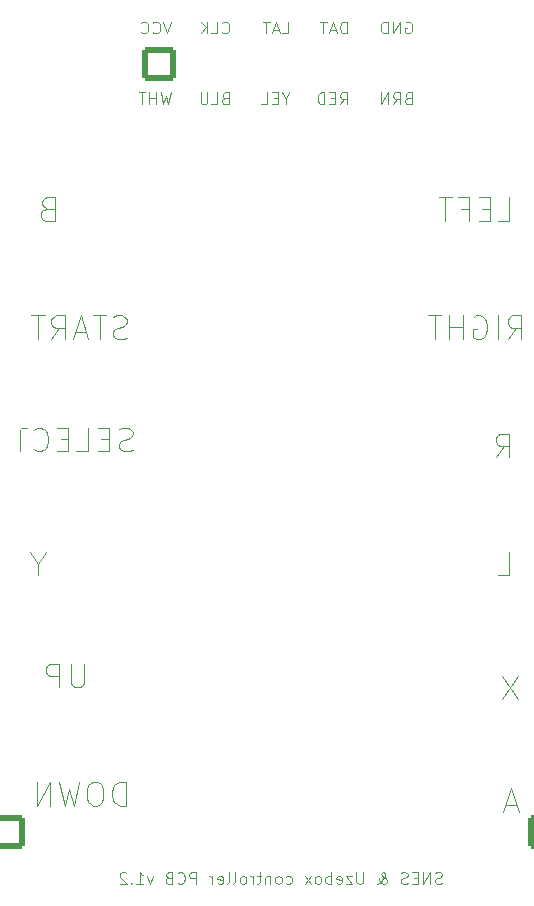
<source format=gbr>
G04 #@! TF.GenerationSoftware,KiCad,Pcbnew,9.0.0*
G04 #@! TF.CreationDate,2025-04-01T16:42:40+01:00*
G04 #@! TF.ProjectId,SNES_CONTROLLER,534e4553-5f43-44f4-9e54-524f4c4c4552,rev?*
G04 #@! TF.SameCoordinates,Original*
G04 #@! TF.FileFunction,Legend,Bot*
G04 #@! TF.FilePolarity,Positive*
%FSLAX46Y46*%
G04 Gerber Fmt 4.6, Leading zero omitted, Abs format (unit mm)*
G04 Created by KiCad (PCBNEW 9.0.0) date 2025-04-01 16:42:40*
%MOMM*%
%LPD*%
G01*
G04 APERTURE LIST*
G04 Aperture macros list*
%AMRoundRect*
0 Rectangle with rounded corners*
0 $1 Rounding radius*
0 $2 $3 $4 $5 $6 $7 $8 $9 X,Y pos of 4 corners*
0 Add a 4 corners polygon primitive as box body*
4,1,4,$2,$3,$4,$5,$6,$7,$8,$9,$2,$3,0*
0 Add four circle primitives for the rounded corners*
1,1,$1+$1,$2,$3*
1,1,$1+$1,$4,$5*
1,1,$1+$1,$6,$7*
1,1,$1+$1,$8,$9*
0 Add four rect primitives between the rounded corners*
20,1,$1+$1,$2,$3,$4,$5,0*
20,1,$1+$1,$4,$5,$6,$7,0*
20,1,$1+$1,$6,$7,$8,$9,0*
20,1,$1+$1,$8,$9,$2,$3,0*%
G04 Aperture macros list end*
%ADD10C,0.100000*%
%ADD11C,4.300000*%
%ADD12C,1.600000*%
%ADD13O,1.600000X1.600000*%
%ADD14RoundRect,0.250001X1.149999X-1.149999X1.149999X1.149999X-1.149999X1.149999X-1.149999X-1.149999X0*%
%ADD15C,2.800000*%
%ADD16R,1.600000X1.600000*%
%ADD17RoundRect,0.250001X-1.149999X-1.149999X1.149999X-1.149999X1.149999X1.149999X-1.149999X1.149999X0*%
G04 APERTURE END LIST*
D10*
X137172306Y-60920038D02*
X137267544Y-60872419D01*
X137267544Y-60872419D02*
X137410401Y-60872419D01*
X137410401Y-60872419D02*
X137553258Y-60920038D01*
X137553258Y-60920038D02*
X137648496Y-61015276D01*
X137648496Y-61015276D02*
X137696115Y-61110514D01*
X137696115Y-61110514D02*
X137743734Y-61300990D01*
X137743734Y-61300990D02*
X137743734Y-61443847D01*
X137743734Y-61443847D02*
X137696115Y-61634323D01*
X137696115Y-61634323D02*
X137648496Y-61729561D01*
X137648496Y-61729561D02*
X137553258Y-61824800D01*
X137553258Y-61824800D02*
X137410401Y-61872419D01*
X137410401Y-61872419D02*
X137315163Y-61872419D01*
X137315163Y-61872419D02*
X137172306Y-61824800D01*
X137172306Y-61824800D02*
X137124687Y-61777180D01*
X137124687Y-61777180D02*
X137124687Y-61443847D01*
X137124687Y-61443847D02*
X137315163Y-61443847D01*
X136696115Y-61872419D02*
X136696115Y-60872419D01*
X136696115Y-60872419D02*
X136124687Y-61872419D01*
X136124687Y-61872419D02*
X136124687Y-60872419D01*
X135648496Y-61872419D02*
X135648496Y-60872419D01*
X135648496Y-60872419D02*
X135410401Y-60872419D01*
X135410401Y-60872419D02*
X135267544Y-60920038D01*
X135267544Y-60920038D02*
X135172306Y-61015276D01*
X135172306Y-61015276D02*
X135124687Y-61110514D01*
X135124687Y-61110514D02*
X135077068Y-61300990D01*
X135077068Y-61300990D02*
X135077068Y-61443847D01*
X135077068Y-61443847D02*
X135124687Y-61634323D01*
X135124687Y-61634323D02*
X135172306Y-61729561D01*
X135172306Y-61729561D02*
X135267544Y-61824800D01*
X135267544Y-61824800D02*
X135410401Y-61872419D01*
X135410401Y-61872419D02*
X135648496Y-61872419D01*
X131624687Y-67872419D02*
X131958020Y-67396228D01*
X132196115Y-67872419D02*
X132196115Y-66872419D01*
X132196115Y-66872419D02*
X131815163Y-66872419D01*
X131815163Y-66872419D02*
X131719925Y-66920038D01*
X131719925Y-66920038D02*
X131672306Y-66967657D01*
X131672306Y-66967657D02*
X131624687Y-67062895D01*
X131624687Y-67062895D02*
X131624687Y-67205752D01*
X131624687Y-67205752D02*
X131672306Y-67300990D01*
X131672306Y-67300990D02*
X131719925Y-67348609D01*
X131719925Y-67348609D02*
X131815163Y-67396228D01*
X131815163Y-67396228D02*
X132196115Y-67396228D01*
X131196115Y-67348609D02*
X130862782Y-67348609D01*
X130719925Y-67872419D02*
X131196115Y-67872419D01*
X131196115Y-67872419D02*
X131196115Y-66872419D01*
X131196115Y-66872419D02*
X130719925Y-66872419D01*
X130291353Y-67872419D02*
X130291353Y-66872419D01*
X130291353Y-66872419D02*
X130053258Y-66872419D01*
X130053258Y-66872419D02*
X129910401Y-66920038D01*
X129910401Y-66920038D02*
X129815163Y-67015276D01*
X129815163Y-67015276D02*
X129767544Y-67110514D01*
X129767544Y-67110514D02*
X129719925Y-67300990D01*
X129719925Y-67300990D02*
X129719925Y-67443847D01*
X129719925Y-67443847D02*
X129767544Y-67634323D01*
X129767544Y-67634323D02*
X129815163Y-67729561D01*
X129815163Y-67729561D02*
X129910401Y-67824800D01*
X129910401Y-67824800D02*
X130053258Y-67872419D01*
X130053258Y-67872419D02*
X130291353Y-67872419D01*
X137362782Y-67348609D02*
X137219925Y-67396228D01*
X137219925Y-67396228D02*
X137172306Y-67443847D01*
X137172306Y-67443847D02*
X137124687Y-67539085D01*
X137124687Y-67539085D02*
X137124687Y-67681942D01*
X137124687Y-67681942D02*
X137172306Y-67777180D01*
X137172306Y-67777180D02*
X137219925Y-67824800D01*
X137219925Y-67824800D02*
X137315163Y-67872419D01*
X137315163Y-67872419D02*
X137696115Y-67872419D01*
X137696115Y-67872419D02*
X137696115Y-66872419D01*
X137696115Y-66872419D02*
X137362782Y-66872419D01*
X137362782Y-66872419D02*
X137267544Y-66920038D01*
X137267544Y-66920038D02*
X137219925Y-66967657D01*
X137219925Y-66967657D02*
X137172306Y-67062895D01*
X137172306Y-67062895D02*
X137172306Y-67158133D01*
X137172306Y-67158133D02*
X137219925Y-67253371D01*
X137219925Y-67253371D02*
X137267544Y-67300990D01*
X137267544Y-67300990D02*
X137362782Y-67348609D01*
X137362782Y-67348609D02*
X137696115Y-67348609D01*
X136124687Y-67872419D02*
X136458020Y-67396228D01*
X136696115Y-67872419D02*
X136696115Y-66872419D01*
X136696115Y-66872419D02*
X136315163Y-66872419D01*
X136315163Y-66872419D02*
X136219925Y-66920038D01*
X136219925Y-66920038D02*
X136172306Y-66967657D01*
X136172306Y-66967657D02*
X136124687Y-67062895D01*
X136124687Y-67062895D02*
X136124687Y-67205752D01*
X136124687Y-67205752D02*
X136172306Y-67300990D01*
X136172306Y-67300990D02*
X136219925Y-67348609D01*
X136219925Y-67348609D02*
X136315163Y-67396228D01*
X136315163Y-67396228D02*
X136696115Y-67396228D01*
X135696115Y-67872419D02*
X135696115Y-66872419D01*
X135696115Y-66872419D02*
X135124687Y-67872419D01*
X135124687Y-67872419D02*
X135124687Y-66872419D01*
X140243734Y-133824800D02*
X140100877Y-133872419D01*
X140100877Y-133872419D02*
X139862782Y-133872419D01*
X139862782Y-133872419D02*
X139767544Y-133824800D01*
X139767544Y-133824800D02*
X139719925Y-133777180D01*
X139719925Y-133777180D02*
X139672306Y-133681942D01*
X139672306Y-133681942D02*
X139672306Y-133586704D01*
X139672306Y-133586704D02*
X139719925Y-133491466D01*
X139719925Y-133491466D02*
X139767544Y-133443847D01*
X139767544Y-133443847D02*
X139862782Y-133396228D01*
X139862782Y-133396228D02*
X140053258Y-133348609D01*
X140053258Y-133348609D02*
X140148496Y-133300990D01*
X140148496Y-133300990D02*
X140196115Y-133253371D01*
X140196115Y-133253371D02*
X140243734Y-133158133D01*
X140243734Y-133158133D02*
X140243734Y-133062895D01*
X140243734Y-133062895D02*
X140196115Y-132967657D01*
X140196115Y-132967657D02*
X140148496Y-132920038D01*
X140148496Y-132920038D02*
X140053258Y-132872419D01*
X140053258Y-132872419D02*
X139815163Y-132872419D01*
X139815163Y-132872419D02*
X139672306Y-132920038D01*
X139243734Y-133872419D02*
X139243734Y-132872419D01*
X139243734Y-132872419D02*
X138672306Y-133872419D01*
X138672306Y-133872419D02*
X138672306Y-132872419D01*
X138196115Y-133348609D02*
X137862782Y-133348609D01*
X137719925Y-133872419D02*
X138196115Y-133872419D01*
X138196115Y-133872419D02*
X138196115Y-132872419D01*
X138196115Y-132872419D02*
X137719925Y-132872419D01*
X137338972Y-133824800D02*
X137196115Y-133872419D01*
X137196115Y-133872419D02*
X136958020Y-133872419D01*
X136958020Y-133872419D02*
X136862782Y-133824800D01*
X136862782Y-133824800D02*
X136815163Y-133777180D01*
X136815163Y-133777180D02*
X136767544Y-133681942D01*
X136767544Y-133681942D02*
X136767544Y-133586704D01*
X136767544Y-133586704D02*
X136815163Y-133491466D01*
X136815163Y-133491466D02*
X136862782Y-133443847D01*
X136862782Y-133443847D02*
X136958020Y-133396228D01*
X136958020Y-133396228D02*
X137148496Y-133348609D01*
X137148496Y-133348609D02*
X137243734Y-133300990D01*
X137243734Y-133300990D02*
X137291353Y-133253371D01*
X137291353Y-133253371D02*
X137338972Y-133158133D01*
X137338972Y-133158133D02*
X137338972Y-133062895D01*
X137338972Y-133062895D02*
X137291353Y-132967657D01*
X137291353Y-132967657D02*
X137243734Y-132920038D01*
X137243734Y-132920038D02*
X137148496Y-132872419D01*
X137148496Y-132872419D02*
X136910401Y-132872419D01*
X136910401Y-132872419D02*
X136767544Y-132920038D01*
X134767543Y-133872419D02*
X134815163Y-133872419D01*
X134815163Y-133872419D02*
X134910401Y-133824800D01*
X134910401Y-133824800D02*
X135053258Y-133681942D01*
X135053258Y-133681942D02*
X135291353Y-133396228D01*
X135291353Y-133396228D02*
X135386591Y-133253371D01*
X135386591Y-133253371D02*
X135434210Y-133110514D01*
X135434210Y-133110514D02*
X135434210Y-133015276D01*
X135434210Y-133015276D02*
X135386591Y-132920038D01*
X135386591Y-132920038D02*
X135291353Y-132872419D01*
X135291353Y-132872419D02*
X135243734Y-132872419D01*
X135243734Y-132872419D02*
X135148496Y-132920038D01*
X135148496Y-132920038D02*
X135100877Y-133015276D01*
X135100877Y-133015276D02*
X135100877Y-133062895D01*
X135100877Y-133062895D02*
X135148496Y-133158133D01*
X135148496Y-133158133D02*
X135196115Y-133205752D01*
X135196115Y-133205752D02*
X135481829Y-133396228D01*
X135481829Y-133396228D02*
X135529448Y-133443847D01*
X135529448Y-133443847D02*
X135577067Y-133539085D01*
X135577067Y-133539085D02*
X135577067Y-133681942D01*
X135577067Y-133681942D02*
X135529448Y-133777180D01*
X135529448Y-133777180D02*
X135481829Y-133824800D01*
X135481829Y-133824800D02*
X135386591Y-133872419D01*
X135386591Y-133872419D02*
X135243734Y-133872419D01*
X135243734Y-133872419D02*
X135148496Y-133824800D01*
X135148496Y-133824800D02*
X135100877Y-133777180D01*
X135100877Y-133777180D02*
X134958020Y-133586704D01*
X134958020Y-133586704D02*
X134910401Y-133443847D01*
X134910401Y-133443847D02*
X134910401Y-133348609D01*
X133577067Y-132872419D02*
X133577067Y-133681942D01*
X133577067Y-133681942D02*
X133529448Y-133777180D01*
X133529448Y-133777180D02*
X133481829Y-133824800D01*
X133481829Y-133824800D02*
X133386591Y-133872419D01*
X133386591Y-133872419D02*
X133196115Y-133872419D01*
X133196115Y-133872419D02*
X133100877Y-133824800D01*
X133100877Y-133824800D02*
X133053258Y-133777180D01*
X133053258Y-133777180D02*
X133005639Y-133681942D01*
X133005639Y-133681942D02*
X133005639Y-132872419D01*
X132624686Y-133205752D02*
X132100877Y-133205752D01*
X132100877Y-133205752D02*
X132624686Y-133872419D01*
X132624686Y-133872419D02*
X132100877Y-133872419D01*
X131338972Y-133824800D02*
X131434210Y-133872419D01*
X131434210Y-133872419D02*
X131624686Y-133872419D01*
X131624686Y-133872419D02*
X131719924Y-133824800D01*
X131719924Y-133824800D02*
X131767543Y-133729561D01*
X131767543Y-133729561D02*
X131767543Y-133348609D01*
X131767543Y-133348609D02*
X131719924Y-133253371D01*
X131719924Y-133253371D02*
X131624686Y-133205752D01*
X131624686Y-133205752D02*
X131434210Y-133205752D01*
X131434210Y-133205752D02*
X131338972Y-133253371D01*
X131338972Y-133253371D02*
X131291353Y-133348609D01*
X131291353Y-133348609D02*
X131291353Y-133443847D01*
X131291353Y-133443847D02*
X131767543Y-133539085D01*
X130862781Y-133872419D02*
X130862781Y-132872419D01*
X130862781Y-133253371D02*
X130767543Y-133205752D01*
X130767543Y-133205752D02*
X130577067Y-133205752D01*
X130577067Y-133205752D02*
X130481829Y-133253371D01*
X130481829Y-133253371D02*
X130434210Y-133300990D01*
X130434210Y-133300990D02*
X130386591Y-133396228D01*
X130386591Y-133396228D02*
X130386591Y-133681942D01*
X130386591Y-133681942D02*
X130434210Y-133777180D01*
X130434210Y-133777180D02*
X130481829Y-133824800D01*
X130481829Y-133824800D02*
X130577067Y-133872419D01*
X130577067Y-133872419D02*
X130767543Y-133872419D01*
X130767543Y-133872419D02*
X130862781Y-133824800D01*
X129815162Y-133872419D02*
X129910400Y-133824800D01*
X129910400Y-133824800D02*
X129958019Y-133777180D01*
X129958019Y-133777180D02*
X130005638Y-133681942D01*
X130005638Y-133681942D02*
X130005638Y-133396228D01*
X130005638Y-133396228D02*
X129958019Y-133300990D01*
X129958019Y-133300990D02*
X129910400Y-133253371D01*
X129910400Y-133253371D02*
X129815162Y-133205752D01*
X129815162Y-133205752D02*
X129672305Y-133205752D01*
X129672305Y-133205752D02*
X129577067Y-133253371D01*
X129577067Y-133253371D02*
X129529448Y-133300990D01*
X129529448Y-133300990D02*
X129481829Y-133396228D01*
X129481829Y-133396228D02*
X129481829Y-133681942D01*
X129481829Y-133681942D02*
X129529448Y-133777180D01*
X129529448Y-133777180D02*
X129577067Y-133824800D01*
X129577067Y-133824800D02*
X129672305Y-133872419D01*
X129672305Y-133872419D02*
X129815162Y-133872419D01*
X129148495Y-133872419D02*
X128624686Y-133205752D01*
X129148495Y-133205752D02*
X128624686Y-133872419D01*
X127053257Y-133824800D02*
X127148495Y-133872419D01*
X127148495Y-133872419D02*
X127338971Y-133872419D01*
X127338971Y-133872419D02*
X127434209Y-133824800D01*
X127434209Y-133824800D02*
X127481828Y-133777180D01*
X127481828Y-133777180D02*
X127529447Y-133681942D01*
X127529447Y-133681942D02*
X127529447Y-133396228D01*
X127529447Y-133396228D02*
X127481828Y-133300990D01*
X127481828Y-133300990D02*
X127434209Y-133253371D01*
X127434209Y-133253371D02*
X127338971Y-133205752D01*
X127338971Y-133205752D02*
X127148495Y-133205752D01*
X127148495Y-133205752D02*
X127053257Y-133253371D01*
X126481828Y-133872419D02*
X126577066Y-133824800D01*
X126577066Y-133824800D02*
X126624685Y-133777180D01*
X126624685Y-133777180D02*
X126672304Y-133681942D01*
X126672304Y-133681942D02*
X126672304Y-133396228D01*
X126672304Y-133396228D02*
X126624685Y-133300990D01*
X126624685Y-133300990D02*
X126577066Y-133253371D01*
X126577066Y-133253371D02*
X126481828Y-133205752D01*
X126481828Y-133205752D02*
X126338971Y-133205752D01*
X126338971Y-133205752D02*
X126243733Y-133253371D01*
X126243733Y-133253371D02*
X126196114Y-133300990D01*
X126196114Y-133300990D02*
X126148495Y-133396228D01*
X126148495Y-133396228D02*
X126148495Y-133681942D01*
X126148495Y-133681942D02*
X126196114Y-133777180D01*
X126196114Y-133777180D02*
X126243733Y-133824800D01*
X126243733Y-133824800D02*
X126338971Y-133872419D01*
X126338971Y-133872419D02*
X126481828Y-133872419D01*
X125719923Y-133205752D02*
X125719923Y-133872419D01*
X125719923Y-133300990D02*
X125672304Y-133253371D01*
X125672304Y-133253371D02*
X125577066Y-133205752D01*
X125577066Y-133205752D02*
X125434209Y-133205752D01*
X125434209Y-133205752D02*
X125338971Y-133253371D01*
X125338971Y-133253371D02*
X125291352Y-133348609D01*
X125291352Y-133348609D02*
X125291352Y-133872419D01*
X124958018Y-133205752D02*
X124577066Y-133205752D01*
X124815161Y-132872419D02*
X124815161Y-133729561D01*
X124815161Y-133729561D02*
X124767542Y-133824800D01*
X124767542Y-133824800D02*
X124672304Y-133872419D01*
X124672304Y-133872419D02*
X124577066Y-133872419D01*
X124243732Y-133872419D02*
X124243732Y-133205752D01*
X124243732Y-133396228D02*
X124196113Y-133300990D01*
X124196113Y-133300990D02*
X124148494Y-133253371D01*
X124148494Y-133253371D02*
X124053256Y-133205752D01*
X124053256Y-133205752D02*
X123958018Y-133205752D01*
X123481827Y-133872419D02*
X123577065Y-133824800D01*
X123577065Y-133824800D02*
X123624684Y-133777180D01*
X123624684Y-133777180D02*
X123672303Y-133681942D01*
X123672303Y-133681942D02*
X123672303Y-133396228D01*
X123672303Y-133396228D02*
X123624684Y-133300990D01*
X123624684Y-133300990D02*
X123577065Y-133253371D01*
X123577065Y-133253371D02*
X123481827Y-133205752D01*
X123481827Y-133205752D02*
X123338970Y-133205752D01*
X123338970Y-133205752D02*
X123243732Y-133253371D01*
X123243732Y-133253371D02*
X123196113Y-133300990D01*
X123196113Y-133300990D02*
X123148494Y-133396228D01*
X123148494Y-133396228D02*
X123148494Y-133681942D01*
X123148494Y-133681942D02*
X123196113Y-133777180D01*
X123196113Y-133777180D02*
X123243732Y-133824800D01*
X123243732Y-133824800D02*
X123338970Y-133872419D01*
X123338970Y-133872419D02*
X123481827Y-133872419D01*
X122577065Y-133872419D02*
X122672303Y-133824800D01*
X122672303Y-133824800D02*
X122719922Y-133729561D01*
X122719922Y-133729561D02*
X122719922Y-132872419D01*
X122053255Y-133872419D02*
X122148493Y-133824800D01*
X122148493Y-133824800D02*
X122196112Y-133729561D01*
X122196112Y-133729561D02*
X122196112Y-132872419D01*
X121291350Y-133824800D02*
X121386588Y-133872419D01*
X121386588Y-133872419D02*
X121577064Y-133872419D01*
X121577064Y-133872419D02*
X121672302Y-133824800D01*
X121672302Y-133824800D02*
X121719921Y-133729561D01*
X121719921Y-133729561D02*
X121719921Y-133348609D01*
X121719921Y-133348609D02*
X121672302Y-133253371D01*
X121672302Y-133253371D02*
X121577064Y-133205752D01*
X121577064Y-133205752D02*
X121386588Y-133205752D01*
X121386588Y-133205752D02*
X121291350Y-133253371D01*
X121291350Y-133253371D02*
X121243731Y-133348609D01*
X121243731Y-133348609D02*
X121243731Y-133443847D01*
X121243731Y-133443847D02*
X121719921Y-133539085D01*
X120815159Y-133872419D02*
X120815159Y-133205752D01*
X120815159Y-133396228D02*
X120767540Y-133300990D01*
X120767540Y-133300990D02*
X120719921Y-133253371D01*
X120719921Y-133253371D02*
X120624683Y-133205752D01*
X120624683Y-133205752D02*
X120529445Y-133205752D01*
X119434206Y-133872419D02*
X119434206Y-132872419D01*
X119434206Y-132872419D02*
X119053254Y-132872419D01*
X119053254Y-132872419D02*
X118958016Y-132920038D01*
X118958016Y-132920038D02*
X118910397Y-132967657D01*
X118910397Y-132967657D02*
X118862778Y-133062895D01*
X118862778Y-133062895D02*
X118862778Y-133205752D01*
X118862778Y-133205752D02*
X118910397Y-133300990D01*
X118910397Y-133300990D02*
X118958016Y-133348609D01*
X118958016Y-133348609D02*
X119053254Y-133396228D01*
X119053254Y-133396228D02*
X119434206Y-133396228D01*
X117862778Y-133777180D02*
X117910397Y-133824800D01*
X117910397Y-133824800D02*
X118053254Y-133872419D01*
X118053254Y-133872419D02*
X118148492Y-133872419D01*
X118148492Y-133872419D02*
X118291349Y-133824800D01*
X118291349Y-133824800D02*
X118386587Y-133729561D01*
X118386587Y-133729561D02*
X118434206Y-133634323D01*
X118434206Y-133634323D02*
X118481825Y-133443847D01*
X118481825Y-133443847D02*
X118481825Y-133300990D01*
X118481825Y-133300990D02*
X118434206Y-133110514D01*
X118434206Y-133110514D02*
X118386587Y-133015276D01*
X118386587Y-133015276D02*
X118291349Y-132920038D01*
X118291349Y-132920038D02*
X118148492Y-132872419D01*
X118148492Y-132872419D02*
X118053254Y-132872419D01*
X118053254Y-132872419D02*
X117910397Y-132920038D01*
X117910397Y-132920038D02*
X117862778Y-132967657D01*
X117100873Y-133348609D02*
X116958016Y-133396228D01*
X116958016Y-133396228D02*
X116910397Y-133443847D01*
X116910397Y-133443847D02*
X116862778Y-133539085D01*
X116862778Y-133539085D02*
X116862778Y-133681942D01*
X116862778Y-133681942D02*
X116910397Y-133777180D01*
X116910397Y-133777180D02*
X116958016Y-133824800D01*
X116958016Y-133824800D02*
X117053254Y-133872419D01*
X117053254Y-133872419D02*
X117434206Y-133872419D01*
X117434206Y-133872419D02*
X117434206Y-132872419D01*
X117434206Y-132872419D02*
X117100873Y-132872419D01*
X117100873Y-132872419D02*
X117005635Y-132920038D01*
X117005635Y-132920038D02*
X116958016Y-132967657D01*
X116958016Y-132967657D02*
X116910397Y-133062895D01*
X116910397Y-133062895D02*
X116910397Y-133158133D01*
X116910397Y-133158133D02*
X116958016Y-133253371D01*
X116958016Y-133253371D02*
X117005635Y-133300990D01*
X117005635Y-133300990D02*
X117100873Y-133348609D01*
X117100873Y-133348609D02*
X117434206Y-133348609D01*
X115767539Y-133205752D02*
X115529444Y-133872419D01*
X115529444Y-133872419D02*
X115291349Y-133205752D01*
X114386587Y-133872419D02*
X114958015Y-133872419D01*
X114672301Y-133872419D02*
X114672301Y-132872419D01*
X114672301Y-132872419D02*
X114767539Y-133015276D01*
X114767539Y-133015276D02*
X114862777Y-133110514D01*
X114862777Y-133110514D02*
X114958015Y-133158133D01*
X113958015Y-133777180D02*
X113910396Y-133824800D01*
X113910396Y-133824800D02*
X113958015Y-133872419D01*
X113958015Y-133872419D02*
X114005634Y-133824800D01*
X114005634Y-133824800D02*
X113958015Y-133777180D01*
X113958015Y-133777180D02*
X113958015Y-133872419D01*
X113529444Y-132967657D02*
X113481825Y-132920038D01*
X113481825Y-132920038D02*
X113386587Y-132872419D01*
X113386587Y-132872419D02*
X113148492Y-132872419D01*
X113148492Y-132872419D02*
X113053254Y-132920038D01*
X113053254Y-132920038D02*
X113005635Y-132967657D01*
X113005635Y-132967657D02*
X112958016Y-133062895D01*
X112958016Y-133062895D02*
X112958016Y-133158133D01*
X112958016Y-133158133D02*
X113005635Y-133300990D01*
X113005635Y-133300990D02*
X113577063Y-133872419D01*
X113577063Y-133872419D02*
X112958016Y-133872419D01*
X146553258Y-127178609D02*
X145600877Y-127178609D01*
X146743734Y-127750038D02*
X146077068Y-125750038D01*
X146077068Y-125750038D02*
X145410401Y-127750038D01*
X121862782Y-67348609D02*
X121719925Y-67396228D01*
X121719925Y-67396228D02*
X121672306Y-67443847D01*
X121672306Y-67443847D02*
X121624687Y-67539085D01*
X121624687Y-67539085D02*
X121624687Y-67681942D01*
X121624687Y-67681942D02*
X121672306Y-67777180D01*
X121672306Y-67777180D02*
X121719925Y-67824800D01*
X121719925Y-67824800D02*
X121815163Y-67872419D01*
X121815163Y-67872419D02*
X122196115Y-67872419D01*
X122196115Y-67872419D02*
X122196115Y-66872419D01*
X122196115Y-66872419D02*
X121862782Y-66872419D01*
X121862782Y-66872419D02*
X121767544Y-66920038D01*
X121767544Y-66920038D02*
X121719925Y-66967657D01*
X121719925Y-66967657D02*
X121672306Y-67062895D01*
X121672306Y-67062895D02*
X121672306Y-67158133D01*
X121672306Y-67158133D02*
X121719925Y-67253371D01*
X121719925Y-67253371D02*
X121767544Y-67300990D01*
X121767544Y-67300990D02*
X121862782Y-67348609D01*
X121862782Y-67348609D02*
X122196115Y-67348609D01*
X120719925Y-67872419D02*
X121196115Y-67872419D01*
X121196115Y-67872419D02*
X121196115Y-66872419D01*
X120386591Y-66872419D02*
X120386591Y-67681942D01*
X120386591Y-67681942D02*
X120338972Y-67777180D01*
X120338972Y-67777180D02*
X120291353Y-67824800D01*
X120291353Y-67824800D02*
X120196115Y-67872419D01*
X120196115Y-67872419D02*
X120005639Y-67872419D01*
X120005639Y-67872419D02*
X119910401Y-67824800D01*
X119910401Y-67824800D02*
X119862782Y-67777180D01*
X119862782Y-67777180D02*
X119815163Y-67681942D01*
X119815163Y-67681942D02*
X119815163Y-66872419D01*
X145005639Y-77750038D02*
X145958020Y-77750038D01*
X145958020Y-77750038D02*
X145958020Y-75750038D01*
X144338972Y-76702419D02*
X143672305Y-76702419D01*
X143386591Y-77750038D02*
X144338972Y-77750038D01*
X144338972Y-77750038D02*
X144338972Y-75750038D01*
X144338972Y-75750038D02*
X143386591Y-75750038D01*
X141862781Y-76702419D02*
X142529448Y-76702419D01*
X142529448Y-77750038D02*
X142529448Y-75750038D01*
X142529448Y-75750038D02*
X141577067Y-75750038D01*
X141100876Y-75750038D02*
X139958019Y-75750038D01*
X140529448Y-77750038D02*
X140529448Y-75750038D01*
X145815163Y-87750038D02*
X146481830Y-86797657D01*
X146958020Y-87750038D02*
X146958020Y-85750038D01*
X146958020Y-85750038D02*
X146196115Y-85750038D01*
X146196115Y-85750038D02*
X146005639Y-85845276D01*
X146005639Y-85845276D02*
X145910401Y-85940514D01*
X145910401Y-85940514D02*
X145815163Y-86130990D01*
X145815163Y-86130990D02*
X145815163Y-86416704D01*
X145815163Y-86416704D02*
X145910401Y-86607180D01*
X145910401Y-86607180D02*
X146005639Y-86702419D01*
X146005639Y-86702419D02*
X146196115Y-86797657D01*
X146196115Y-86797657D02*
X146958020Y-86797657D01*
X144958020Y-87750038D02*
X144958020Y-85750038D01*
X142958020Y-85845276D02*
X143148496Y-85750038D01*
X143148496Y-85750038D02*
X143434210Y-85750038D01*
X143434210Y-85750038D02*
X143719925Y-85845276D01*
X143719925Y-85845276D02*
X143910401Y-86035752D01*
X143910401Y-86035752D02*
X144005639Y-86226228D01*
X144005639Y-86226228D02*
X144100877Y-86607180D01*
X144100877Y-86607180D02*
X144100877Y-86892895D01*
X144100877Y-86892895D02*
X144005639Y-87273847D01*
X144005639Y-87273847D02*
X143910401Y-87464323D01*
X143910401Y-87464323D02*
X143719925Y-87654800D01*
X143719925Y-87654800D02*
X143434210Y-87750038D01*
X143434210Y-87750038D02*
X143243734Y-87750038D01*
X143243734Y-87750038D02*
X142958020Y-87654800D01*
X142958020Y-87654800D02*
X142862782Y-87559561D01*
X142862782Y-87559561D02*
X142862782Y-86892895D01*
X142862782Y-86892895D02*
X143243734Y-86892895D01*
X142005639Y-87750038D02*
X142005639Y-85750038D01*
X142005639Y-86702419D02*
X140862782Y-86702419D01*
X140862782Y-87750038D02*
X140862782Y-85750038D01*
X140196115Y-85750038D02*
X139053258Y-85750038D01*
X139624687Y-87750038D02*
X139624687Y-85750038D01*
X114053258Y-97154800D02*
X113767544Y-97250038D01*
X113767544Y-97250038D02*
X113291353Y-97250038D01*
X113291353Y-97250038D02*
X113100877Y-97154800D01*
X113100877Y-97154800D02*
X113005639Y-97059561D01*
X113005639Y-97059561D02*
X112910401Y-96869085D01*
X112910401Y-96869085D02*
X112910401Y-96678609D01*
X112910401Y-96678609D02*
X113005639Y-96488133D01*
X113005639Y-96488133D02*
X113100877Y-96392895D01*
X113100877Y-96392895D02*
X113291353Y-96297657D01*
X113291353Y-96297657D02*
X113672306Y-96202419D01*
X113672306Y-96202419D02*
X113862782Y-96107180D01*
X113862782Y-96107180D02*
X113958020Y-96011942D01*
X113958020Y-96011942D02*
X114053258Y-95821466D01*
X114053258Y-95821466D02*
X114053258Y-95630990D01*
X114053258Y-95630990D02*
X113958020Y-95440514D01*
X113958020Y-95440514D02*
X113862782Y-95345276D01*
X113862782Y-95345276D02*
X113672306Y-95250038D01*
X113672306Y-95250038D02*
X113196115Y-95250038D01*
X113196115Y-95250038D02*
X112910401Y-95345276D01*
X112053258Y-96202419D02*
X111386591Y-96202419D01*
X111100877Y-97250038D02*
X112053258Y-97250038D01*
X112053258Y-97250038D02*
X112053258Y-95250038D01*
X112053258Y-95250038D02*
X111100877Y-95250038D01*
X109291353Y-97250038D02*
X110243734Y-97250038D01*
X110243734Y-97250038D02*
X110243734Y-95250038D01*
X108624686Y-96202419D02*
X107958019Y-96202419D01*
X107672305Y-97250038D02*
X108624686Y-97250038D01*
X108624686Y-97250038D02*
X108624686Y-95250038D01*
X108624686Y-95250038D02*
X107672305Y-95250038D01*
X105672305Y-97059561D02*
X105767543Y-97154800D01*
X105767543Y-97154800D02*
X106053257Y-97250038D01*
X106053257Y-97250038D02*
X106243733Y-97250038D01*
X106243733Y-97250038D02*
X106529448Y-97154800D01*
X106529448Y-97154800D02*
X106719924Y-96964323D01*
X106719924Y-96964323D02*
X106815162Y-96773847D01*
X106815162Y-96773847D02*
X106910400Y-96392895D01*
X106910400Y-96392895D02*
X106910400Y-96107180D01*
X106910400Y-96107180D02*
X106815162Y-95726228D01*
X106815162Y-95726228D02*
X106719924Y-95535752D01*
X106719924Y-95535752D02*
X106529448Y-95345276D01*
X106529448Y-95345276D02*
X106243733Y-95250038D01*
X106243733Y-95250038D02*
X106053257Y-95250038D01*
X106053257Y-95250038D02*
X105767543Y-95345276D01*
X105767543Y-95345276D02*
X105672305Y-95440514D01*
X105100876Y-95250038D02*
X103958019Y-95250038D01*
X104529448Y-97250038D02*
X104529448Y-95250038D01*
X117291353Y-66872419D02*
X117053258Y-67872419D01*
X117053258Y-67872419D02*
X116862782Y-67158133D01*
X116862782Y-67158133D02*
X116672306Y-67872419D01*
X116672306Y-67872419D02*
X116434211Y-66872419D01*
X116053258Y-67872419D02*
X116053258Y-66872419D01*
X116053258Y-67348609D02*
X115481830Y-67348609D01*
X115481830Y-67872419D02*
X115481830Y-66872419D01*
X115148496Y-66872419D02*
X114577068Y-66872419D01*
X114862782Y-67872419D02*
X114862782Y-66872419D01*
X146648496Y-116250038D02*
X145315163Y-118250038D01*
X145315163Y-116250038D02*
X146648496Y-118250038D01*
X113553258Y-87654800D02*
X113267544Y-87750038D01*
X113267544Y-87750038D02*
X112791353Y-87750038D01*
X112791353Y-87750038D02*
X112600877Y-87654800D01*
X112600877Y-87654800D02*
X112505639Y-87559561D01*
X112505639Y-87559561D02*
X112410401Y-87369085D01*
X112410401Y-87369085D02*
X112410401Y-87178609D01*
X112410401Y-87178609D02*
X112505639Y-86988133D01*
X112505639Y-86988133D02*
X112600877Y-86892895D01*
X112600877Y-86892895D02*
X112791353Y-86797657D01*
X112791353Y-86797657D02*
X113172306Y-86702419D01*
X113172306Y-86702419D02*
X113362782Y-86607180D01*
X113362782Y-86607180D02*
X113458020Y-86511942D01*
X113458020Y-86511942D02*
X113553258Y-86321466D01*
X113553258Y-86321466D02*
X113553258Y-86130990D01*
X113553258Y-86130990D02*
X113458020Y-85940514D01*
X113458020Y-85940514D02*
X113362782Y-85845276D01*
X113362782Y-85845276D02*
X113172306Y-85750038D01*
X113172306Y-85750038D02*
X112696115Y-85750038D01*
X112696115Y-85750038D02*
X112410401Y-85845276D01*
X111838972Y-85750038D02*
X110696115Y-85750038D01*
X111267544Y-87750038D02*
X111267544Y-85750038D01*
X110124686Y-87178609D02*
X109172305Y-87178609D01*
X110315162Y-87750038D02*
X109648496Y-85750038D01*
X109648496Y-85750038D02*
X108981829Y-87750038D01*
X107172305Y-87750038D02*
X107838972Y-86797657D01*
X108315162Y-87750038D02*
X108315162Y-85750038D01*
X108315162Y-85750038D02*
X107553257Y-85750038D01*
X107553257Y-85750038D02*
X107362781Y-85845276D01*
X107362781Y-85845276D02*
X107267543Y-85940514D01*
X107267543Y-85940514D02*
X107172305Y-86130990D01*
X107172305Y-86130990D02*
X107172305Y-86416704D01*
X107172305Y-86416704D02*
X107267543Y-86607180D01*
X107267543Y-86607180D02*
X107362781Y-86702419D01*
X107362781Y-86702419D02*
X107553257Y-86797657D01*
X107553257Y-86797657D02*
X108315162Y-86797657D01*
X106600876Y-85750038D02*
X105458019Y-85750038D01*
X106029448Y-87750038D02*
X106029448Y-85750038D01*
X126719925Y-61872419D02*
X127196115Y-61872419D01*
X127196115Y-61872419D02*
X127196115Y-60872419D01*
X126434210Y-61586704D02*
X125958020Y-61586704D01*
X126529448Y-61872419D02*
X126196115Y-60872419D01*
X126196115Y-60872419D02*
X125862782Y-61872419D01*
X125672305Y-60872419D02*
X125100877Y-60872419D01*
X125386591Y-61872419D02*
X125386591Y-60872419D01*
X127005639Y-67396228D02*
X127005639Y-67872419D01*
X127338972Y-66872419D02*
X127005639Y-67396228D01*
X127005639Y-67396228D02*
X126672306Y-66872419D01*
X126338972Y-67348609D02*
X126005639Y-67348609D01*
X125862782Y-67872419D02*
X126338972Y-67872419D01*
X126338972Y-67872419D02*
X126338972Y-66872419D01*
X126338972Y-66872419D02*
X125862782Y-66872419D01*
X124958020Y-67872419D02*
X125434210Y-67872419D01*
X125434210Y-67872419D02*
X125434210Y-66872419D01*
X132196115Y-61872419D02*
X132196115Y-60872419D01*
X132196115Y-60872419D02*
X131958020Y-60872419D01*
X131958020Y-60872419D02*
X131815163Y-60920038D01*
X131815163Y-60920038D02*
X131719925Y-61015276D01*
X131719925Y-61015276D02*
X131672306Y-61110514D01*
X131672306Y-61110514D02*
X131624687Y-61300990D01*
X131624687Y-61300990D02*
X131624687Y-61443847D01*
X131624687Y-61443847D02*
X131672306Y-61634323D01*
X131672306Y-61634323D02*
X131719925Y-61729561D01*
X131719925Y-61729561D02*
X131815163Y-61824800D01*
X131815163Y-61824800D02*
X131958020Y-61872419D01*
X131958020Y-61872419D02*
X132196115Y-61872419D01*
X131243734Y-61586704D02*
X130767544Y-61586704D01*
X131338972Y-61872419D02*
X131005639Y-60872419D01*
X131005639Y-60872419D02*
X130672306Y-61872419D01*
X130481829Y-60872419D02*
X129910401Y-60872419D01*
X130196115Y-61872419D02*
X130196115Y-60872419D01*
X106791353Y-76702419D02*
X106505639Y-76797657D01*
X106505639Y-76797657D02*
X106410401Y-76892895D01*
X106410401Y-76892895D02*
X106315163Y-77083371D01*
X106315163Y-77083371D02*
X106315163Y-77369085D01*
X106315163Y-77369085D02*
X106410401Y-77559561D01*
X106410401Y-77559561D02*
X106505639Y-77654800D01*
X106505639Y-77654800D02*
X106696115Y-77750038D01*
X106696115Y-77750038D02*
X107458020Y-77750038D01*
X107458020Y-77750038D02*
X107458020Y-75750038D01*
X107458020Y-75750038D02*
X106791353Y-75750038D01*
X106791353Y-75750038D02*
X106600877Y-75845276D01*
X106600877Y-75845276D02*
X106505639Y-75940514D01*
X106505639Y-75940514D02*
X106410401Y-76130990D01*
X106410401Y-76130990D02*
X106410401Y-76321466D01*
X106410401Y-76321466D02*
X106505639Y-76511942D01*
X106505639Y-76511942D02*
X106600877Y-76607180D01*
X106600877Y-76607180D02*
X106791353Y-76702419D01*
X106791353Y-76702419D02*
X107458020Y-76702419D01*
X144815163Y-97750038D02*
X145481830Y-96797657D01*
X145958020Y-97750038D02*
X145958020Y-95750038D01*
X145958020Y-95750038D02*
X145196115Y-95750038D01*
X145196115Y-95750038D02*
X145005639Y-95845276D01*
X145005639Y-95845276D02*
X144910401Y-95940514D01*
X144910401Y-95940514D02*
X144815163Y-96130990D01*
X144815163Y-96130990D02*
X144815163Y-96416704D01*
X144815163Y-96416704D02*
X144910401Y-96607180D01*
X144910401Y-96607180D02*
X145005639Y-96702419D01*
X145005639Y-96702419D02*
X145196115Y-96797657D01*
X145196115Y-96797657D02*
X145958020Y-96797657D01*
X145005639Y-107750038D02*
X145958020Y-107750038D01*
X145958020Y-107750038D02*
X145958020Y-105750038D01*
X113458020Y-127250038D02*
X113458020Y-125250038D01*
X113458020Y-125250038D02*
X112981830Y-125250038D01*
X112981830Y-125250038D02*
X112696115Y-125345276D01*
X112696115Y-125345276D02*
X112505639Y-125535752D01*
X112505639Y-125535752D02*
X112410401Y-125726228D01*
X112410401Y-125726228D02*
X112315163Y-126107180D01*
X112315163Y-126107180D02*
X112315163Y-126392895D01*
X112315163Y-126392895D02*
X112410401Y-126773847D01*
X112410401Y-126773847D02*
X112505639Y-126964323D01*
X112505639Y-126964323D02*
X112696115Y-127154800D01*
X112696115Y-127154800D02*
X112981830Y-127250038D01*
X112981830Y-127250038D02*
X113458020Y-127250038D01*
X111077068Y-125250038D02*
X110696115Y-125250038D01*
X110696115Y-125250038D02*
X110505639Y-125345276D01*
X110505639Y-125345276D02*
X110315163Y-125535752D01*
X110315163Y-125535752D02*
X110219925Y-125916704D01*
X110219925Y-125916704D02*
X110219925Y-126583371D01*
X110219925Y-126583371D02*
X110315163Y-126964323D01*
X110315163Y-126964323D02*
X110505639Y-127154800D01*
X110505639Y-127154800D02*
X110696115Y-127250038D01*
X110696115Y-127250038D02*
X111077068Y-127250038D01*
X111077068Y-127250038D02*
X111267544Y-127154800D01*
X111267544Y-127154800D02*
X111458020Y-126964323D01*
X111458020Y-126964323D02*
X111553258Y-126583371D01*
X111553258Y-126583371D02*
X111553258Y-125916704D01*
X111553258Y-125916704D02*
X111458020Y-125535752D01*
X111458020Y-125535752D02*
X111267544Y-125345276D01*
X111267544Y-125345276D02*
X111077068Y-125250038D01*
X109553258Y-125250038D02*
X109077068Y-127250038D01*
X109077068Y-127250038D02*
X108696115Y-125821466D01*
X108696115Y-125821466D02*
X108315163Y-127250038D01*
X108315163Y-127250038D02*
X107838973Y-125250038D01*
X107077068Y-127250038D02*
X107077068Y-125250038D01*
X107077068Y-125250038D02*
X105934211Y-127250038D01*
X105934211Y-127250038D02*
X105934211Y-125250038D01*
X121624687Y-61777180D02*
X121672306Y-61824800D01*
X121672306Y-61824800D02*
X121815163Y-61872419D01*
X121815163Y-61872419D02*
X121910401Y-61872419D01*
X121910401Y-61872419D02*
X122053258Y-61824800D01*
X122053258Y-61824800D02*
X122148496Y-61729561D01*
X122148496Y-61729561D02*
X122196115Y-61634323D01*
X122196115Y-61634323D02*
X122243734Y-61443847D01*
X122243734Y-61443847D02*
X122243734Y-61300990D01*
X122243734Y-61300990D02*
X122196115Y-61110514D01*
X122196115Y-61110514D02*
X122148496Y-61015276D01*
X122148496Y-61015276D02*
X122053258Y-60920038D01*
X122053258Y-60920038D02*
X121910401Y-60872419D01*
X121910401Y-60872419D02*
X121815163Y-60872419D01*
X121815163Y-60872419D02*
X121672306Y-60920038D01*
X121672306Y-60920038D02*
X121624687Y-60967657D01*
X120719925Y-61872419D02*
X121196115Y-61872419D01*
X121196115Y-61872419D02*
X121196115Y-60872419D01*
X120386591Y-61872419D02*
X120386591Y-60872419D01*
X119815163Y-61872419D02*
X120243734Y-61300990D01*
X119815163Y-60872419D02*
X120386591Y-61443847D01*
X117338972Y-60872419D02*
X117005639Y-61872419D01*
X117005639Y-61872419D02*
X116672306Y-60872419D01*
X115767544Y-61777180D02*
X115815163Y-61824800D01*
X115815163Y-61824800D02*
X115958020Y-61872419D01*
X115958020Y-61872419D02*
X116053258Y-61872419D01*
X116053258Y-61872419D02*
X116196115Y-61824800D01*
X116196115Y-61824800D02*
X116291353Y-61729561D01*
X116291353Y-61729561D02*
X116338972Y-61634323D01*
X116338972Y-61634323D02*
X116386591Y-61443847D01*
X116386591Y-61443847D02*
X116386591Y-61300990D01*
X116386591Y-61300990D02*
X116338972Y-61110514D01*
X116338972Y-61110514D02*
X116291353Y-61015276D01*
X116291353Y-61015276D02*
X116196115Y-60920038D01*
X116196115Y-60920038D02*
X116053258Y-60872419D01*
X116053258Y-60872419D02*
X115958020Y-60872419D01*
X115958020Y-60872419D02*
X115815163Y-60920038D01*
X115815163Y-60920038D02*
X115767544Y-60967657D01*
X114767544Y-61777180D02*
X114815163Y-61824800D01*
X114815163Y-61824800D02*
X114958020Y-61872419D01*
X114958020Y-61872419D02*
X115053258Y-61872419D01*
X115053258Y-61872419D02*
X115196115Y-61824800D01*
X115196115Y-61824800D02*
X115291353Y-61729561D01*
X115291353Y-61729561D02*
X115338972Y-61634323D01*
X115338972Y-61634323D02*
X115386591Y-61443847D01*
X115386591Y-61443847D02*
X115386591Y-61300990D01*
X115386591Y-61300990D02*
X115338972Y-61110514D01*
X115338972Y-61110514D02*
X115291353Y-61015276D01*
X115291353Y-61015276D02*
X115196115Y-60920038D01*
X115196115Y-60920038D02*
X115053258Y-60872419D01*
X115053258Y-60872419D02*
X114958020Y-60872419D01*
X114958020Y-60872419D02*
X114815163Y-60920038D01*
X114815163Y-60920038D02*
X114767544Y-60967657D01*
X106077068Y-106797657D02*
X106077068Y-107750038D01*
X106743734Y-105750038D02*
X106077068Y-106797657D01*
X106077068Y-106797657D02*
X105410401Y-105750038D01*
X109958020Y-115250038D02*
X109958020Y-116869085D01*
X109958020Y-116869085D02*
X109862782Y-117059561D01*
X109862782Y-117059561D02*
X109767544Y-117154800D01*
X109767544Y-117154800D02*
X109577068Y-117250038D01*
X109577068Y-117250038D02*
X109196115Y-117250038D01*
X109196115Y-117250038D02*
X109005639Y-117154800D01*
X109005639Y-117154800D02*
X108910401Y-117059561D01*
X108910401Y-117059561D02*
X108815163Y-116869085D01*
X108815163Y-116869085D02*
X108815163Y-115250038D01*
X107862782Y-117250038D02*
X107862782Y-115250038D01*
X107862782Y-115250038D02*
X107100877Y-115250038D01*
X107100877Y-115250038D02*
X106910401Y-115345276D01*
X106910401Y-115345276D02*
X106815163Y-115440514D01*
X106815163Y-115440514D02*
X106719925Y-115630990D01*
X106719925Y-115630990D02*
X106719925Y-115916704D01*
X106719925Y-115916704D02*
X106815163Y-116107180D01*
X106815163Y-116107180D02*
X106910401Y-116202419D01*
X106910401Y-116202419D02*
X107100877Y-116297657D01*
X107100877Y-116297657D02*
X107862782Y-116297657D01*
%LPC*%
D11*
X146500000Y-64500000D03*
X105500000Y-64500000D03*
X-43925000Y48425000D03*
X4575000Y-14725000D03*
X4575000Y-4575000D03*
X127000000Y-131000000D03*
D12*
X124000000Y-75500000D03*
D13*
X129080000Y-75500000D03*
D12*
X124000000Y-83600000D03*
D13*
X129080000Y-83600000D03*
D12*
X132680000Y-87650000D03*
D13*
X137760000Y-87650000D03*
D14*
X103500000Y-129500000D03*
D15*
X103500000Y-124500000D03*
X103500000Y-119500000D03*
X103500000Y-114500000D03*
X103500000Y-109500000D03*
X103500000Y-104500000D03*
X103500000Y-99500000D03*
X103500000Y-94500000D03*
X103500000Y-89500000D03*
X103500000Y-84500000D03*
X103500000Y-79500000D03*
X103500000Y-74500000D03*
D16*
X130635000Y-106520000D03*
D13*
X130635000Y-109060000D03*
X130635000Y-111600000D03*
X130635000Y-114140000D03*
X130635000Y-116680000D03*
X130635000Y-119220000D03*
X130635000Y-121760000D03*
X130635000Y-124300000D03*
X138255000Y-124300000D03*
X138255000Y-121760000D03*
X138255000Y-119220000D03*
X138255000Y-116680000D03*
X138255000Y-114140000D03*
X138255000Y-111600000D03*
X138255000Y-109060000D03*
X138255000Y-106520000D03*
D12*
X132680000Y-91700000D03*
D13*
X137760000Y-91700000D03*
D12*
X115320000Y-95750000D03*
D13*
X120400000Y-95750000D03*
D12*
X132680000Y-75500000D03*
D13*
X137760000Y-75500000D03*
D12*
X115320000Y-79550000D03*
D13*
X120400000Y-79550000D03*
D14*
X149000000Y-129500000D03*
D15*
X149000000Y-124500000D03*
X149000000Y-119500000D03*
X149000000Y-114500000D03*
X149000000Y-109500000D03*
X149000000Y-104500000D03*
X149000000Y-99500000D03*
X149000000Y-94500000D03*
X149000000Y-89500000D03*
X149000000Y-84500000D03*
X149000000Y-79500000D03*
X149000000Y-74500000D03*
D12*
X115320000Y-75500000D03*
D13*
X120400000Y-75500000D03*
D12*
X124000000Y-79550000D03*
D13*
X129080000Y-79550000D03*
D12*
X124000000Y-95750000D03*
D13*
X129080000Y-95750000D03*
D12*
X115320000Y-99800000D03*
D13*
X120400000Y-99800000D03*
D17*
X116250000Y-64467500D03*
D15*
X121250000Y-64467500D03*
X126250000Y-64467500D03*
X131250000Y-64467500D03*
X136250000Y-64467500D03*
D12*
X124000000Y-87650000D03*
D13*
X129080000Y-87650000D03*
D12*
X115320000Y-87650000D03*
D13*
X120400000Y-87650000D03*
D16*
X115015000Y-106520000D03*
D13*
X115015000Y-109060000D03*
X115015000Y-111600000D03*
X115015000Y-114140000D03*
X115015000Y-116680000D03*
X115015000Y-119220000D03*
X115015000Y-121760000D03*
X115015000Y-124300000D03*
X122635000Y-124300000D03*
X122635000Y-121760000D03*
X122635000Y-119220000D03*
X122635000Y-116680000D03*
X122635000Y-114140000D03*
X122635000Y-111600000D03*
X122635000Y-109060000D03*
X122635000Y-106520000D03*
D12*
X124000000Y-91700000D03*
D13*
X129080000Y-91700000D03*
D12*
X115320000Y-91700000D03*
D13*
X120400000Y-91700000D03*
D12*
X115320000Y-83600000D03*
D13*
X120400000Y-83600000D03*
D12*
X132680000Y-83600000D03*
D13*
X137760000Y-83600000D03*
D12*
X124000000Y-99800000D03*
D13*
X129080000Y-99800000D03*
D12*
X132680000Y-79550000D03*
D13*
X137760000Y-79550000D03*
%LPD*%
M02*

</source>
